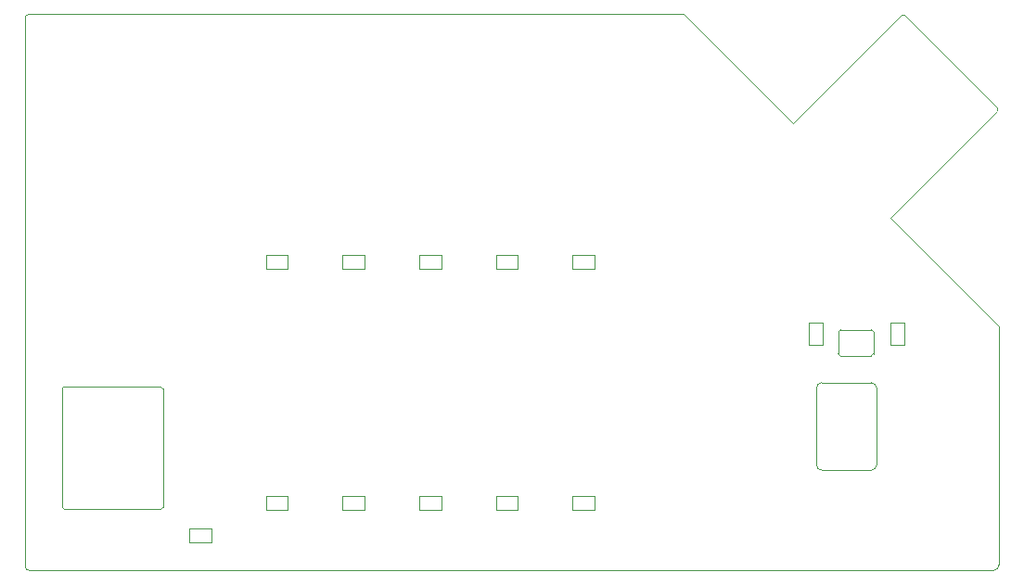
<source format=gbr>
%TF.GenerationSoftware,KiCad,Pcbnew,7.0.1*%
%TF.CreationDate,2023-07-02T20:59:24-04:00*%
%TF.ProjectId,business_card,62757369-6e65-4737-935f-636172642e6b,rev?*%
%TF.SameCoordinates,Original*%
%TF.FileFunction,Profile,NP*%
%FSLAX46Y46*%
G04 Gerber Fmt 4.6, Leading zero omitted, Abs format (unit mm)*
G04 Created by KiCad (PCBNEW 7.0.1) date 2023-07-02 20:59:24*
%MOMM*%
%LPD*%
G01*
G04 APERTURE LIST*
%TA.AperFunction,Profile*%
%ADD10C,0.100000*%
%TD*%
%TA.AperFunction,Profile*%
%ADD11C,0.050000*%
%TD*%
G04 APERTURE END LIST*
D10*
X125400000Y-79200000D02*
G75*
G03*
X125900000Y-78700000I0J500000D01*
G01*
X37000000Y-78800000D02*
G75*
G03*
X37400000Y-79200000I400000J0D01*
G01*
X37400000Y-28400000D02*
G75*
G03*
X37000000Y-28800000I0J-400000D01*
G01*
X125900000Y-56900000D02*
X125900000Y-78700000D01*
X116016295Y-47001576D02*
X125900000Y-56900000D01*
X97100000Y-28400000D02*
X37400000Y-28400000D01*
X107106750Y-38374873D02*
X97100000Y-28400000D01*
X37400000Y-79200000D02*
X125400000Y-79200000D01*
X37000000Y-28800000D02*
X37000000Y-78800000D01*
D11*
%TO.C,U2*%
X114250000Y-59600000D02*
X111450000Y-59600000D01*
X111250000Y-59400000D02*
X111250000Y-57400000D01*
X114450000Y-57400000D02*
X114450000Y-59400000D01*
X111450000Y-57200000D02*
X114250000Y-57200000D01*
X111250000Y-59400000D02*
G75*
G03*
X111450000Y-59600000I200001J1D01*
G01*
X114250000Y-59600000D02*
G75*
G03*
X114450000Y-59400000I-1J200001D01*
G01*
X111450000Y-57200000D02*
G75*
G03*
X111250000Y-57400000I0J-200000D01*
G01*
X114450000Y-57400000D02*
G75*
G03*
X114250000Y-57200000I-200000J0D01*
G01*
%TO.C,C2*%
X108560000Y-58600000D02*
X109830000Y-58600000D01*
X109830000Y-58600000D02*
X109830000Y-56600000D01*
X108560000Y-56600000D02*
X108560000Y-58600000D01*
X108560000Y-56600000D02*
X109830000Y-56600000D01*
%TO.C,C1*%
X117240000Y-56600000D02*
X115970000Y-56600000D01*
X115970000Y-56600000D02*
X115970000Y-58600000D01*
X117240000Y-58600000D02*
X117240000Y-56600000D01*
X117240000Y-58600000D02*
X115970000Y-58600000D01*
%TO.C,BZ1*%
X40400000Y-73400000D02*
X40400000Y-62600000D01*
X40600000Y-62400000D02*
X49400000Y-62400000D01*
X49400000Y-73600000D02*
X40600000Y-73600000D01*
X49600000Y-62600000D02*
X49600000Y-73400000D01*
X40600000Y-62400000D02*
G75*
G03*
X40400000Y-62600000I1J-200001D01*
G01*
X40400000Y-73400000D02*
G75*
G03*
X40600000Y-73600000I200001J1D01*
G01*
X49600000Y-62600000D02*
G75*
G03*
X49400000Y-62400000I-200000J0D01*
G01*
X49400000Y-73600000D02*
G75*
G03*
X49600000Y-73400000I0J200000D01*
G01*
%TO.C,R6*%
X52000000Y-75360000D02*
X52000000Y-76630000D01*
X52000000Y-76630000D02*
X54000000Y-76630000D01*
X54000000Y-75360000D02*
X52000000Y-75360000D01*
X54000000Y-75360000D02*
X54000000Y-76630000D01*
%TO.C,R5*%
X61000000Y-73640000D02*
X61000000Y-72370000D01*
X61000000Y-72370000D02*
X59000000Y-72370000D01*
X59000000Y-73640000D02*
X61000000Y-73640000D01*
X59000000Y-73640000D02*
X59000000Y-72370000D01*
%TO.C,R4*%
X68000000Y-73640000D02*
X68000000Y-72370000D01*
X68000000Y-72370000D02*
X66000000Y-72370000D01*
X66000000Y-73640000D02*
X68000000Y-73640000D01*
X66000000Y-73640000D02*
X66000000Y-72370000D01*
%TO.C,R3*%
X75000000Y-73640000D02*
X75000000Y-72370000D01*
X75000000Y-72370000D02*
X73000000Y-72370000D01*
X73000000Y-73640000D02*
X75000000Y-73640000D01*
X73000000Y-73640000D02*
X73000000Y-72370000D01*
%TO.C,R2*%
X89000000Y-73640000D02*
X89000000Y-72370000D01*
X89000000Y-72370000D02*
X87000000Y-72370000D01*
X87000000Y-73640000D02*
X89000000Y-73640000D01*
X87000000Y-73640000D02*
X87000000Y-72370000D01*
%TO.C,J1*%
X107106750Y-38374873D02*
X117006245Y-28475378D01*
X117289087Y-28475378D02*
X125774369Y-36960660D01*
X125774369Y-37243503D02*
X116016295Y-47001576D01*
X117289087Y-28475378D02*
G75*
G03*
X117006245Y-28475378I-141421J-141422D01*
G01*
X125774368Y-37243502D02*
G75*
G03*
X125774369Y-36960660I-141421J141421D01*
G01*
%TO.C,D5*%
X59000000Y-50360000D02*
X59000000Y-51630000D01*
X59000000Y-51630000D02*
X61000000Y-51630000D01*
X61000000Y-50360000D02*
X59000000Y-50360000D01*
X61000000Y-50360000D02*
X61000000Y-51630000D01*
%TO.C,D4*%
X66000000Y-50360000D02*
X66000000Y-51630000D01*
X66000000Y-51630000D02*
X68000000Y-51630000D01*
X68000000Y-50360000D02*
X66000000Y-50360000D01*
X68000000Y-50360000D02*
X68000000Y-51630000D01*
%TO.C,D3*%
X73000000Y-50360000D02*
X73000000Y-51630000D01*
X73000000Y-51630000D02*
X75000000Y-51630000D01*
X75000000Y-50360000D02*
X73000000Y-50360000D01*
X75000000Y-50360000D02*
X75000000Y-51630000D01*
%TO.C,D2*%
X87000000Y-50360000D02*
X87000000Y-51630000D01*
X87000000Y-51630000D02*
X89000000Y-51630000D01*
X89000000Y-50360000D02*
X87000000Y-50360000D01*
X89000000Y-50360000D02*
X89000000Y-51630000D01*
%TO.C,U1*%
X114750000Y-62540000D02*
X114750000Y-69540000D01*
X114250000Y-70040000D02*
X109750000Y-70040000D01*
X109750000Y-62040000D02*
X114250000Y-62040000D01*
X109250000Y-69540000D02*
X109250000Y-62540000D01*
X114250000Y-70040000D02*
G75*
G03*
X114750000Y-69540000I-1J500001D01*
G01*
X114750000Y-62540000D02*
G75*
G03*
X114250000Y-62040000I-500001J-1D01*
G01*
X109250000Y-69540000D02*
G75*
G03*
X109750000Y-70040000I500000J0D01*
G01*
X109750000Y-62040000D02*
G75*
G03*
X109250000Y-62540000I0J-500000D01*
G01*
%TO.C,R1*%
X82000000Y-73640000D02*
X82000000Y-72370000D01*
X82000000Y-72370000D02*
X80000000Y-72370000D01*
X80000000Y-73640000D02*
X82000000Y-73640000D01*
X80000000Y-73640000D02*
X80000000Y-72370000D01*
%TO.C,D1*%
X80000000Y-50360000D02*
X80000000Y-51630000D01*
X80000000Y-51630000D02*
X82000000Y-51630000D01*
X82000000Y-50360000D02*
X80000000Y-50360000D01*
X82000000Y-50360000D02*
X82000000Y-51630000D01*
%TD*%
M02*

</source>
